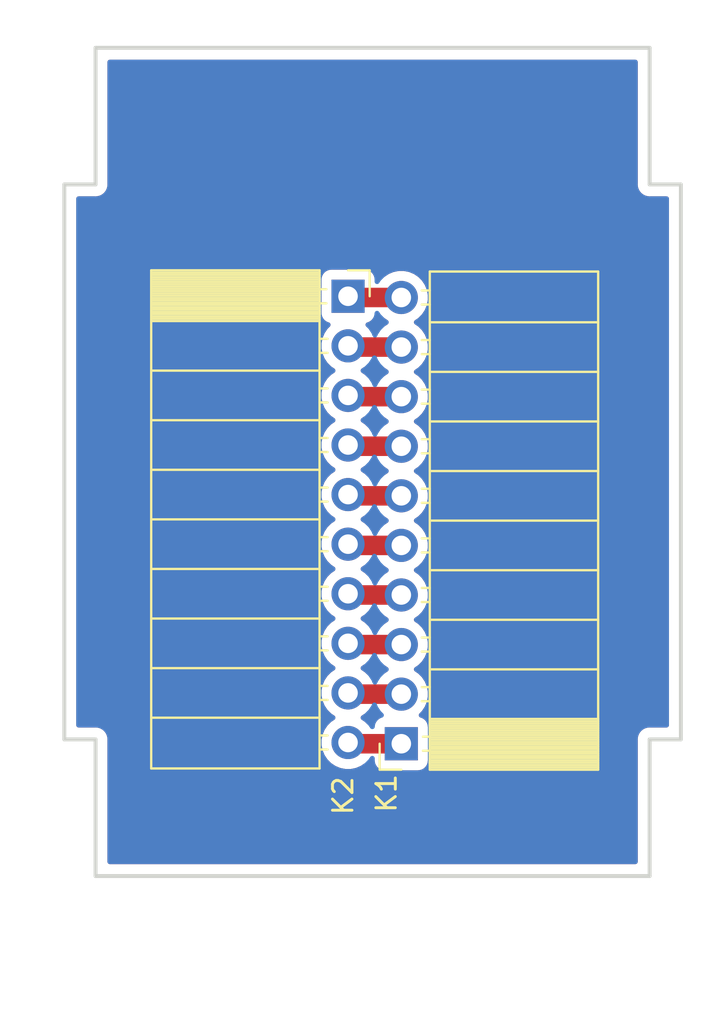
<source format=kicad_pcb>
(kicad_pcb (version 20171130) (host pcbnew "(5.1.8)-1")

  (general
    (thickness 1.6)
    (drawings 19)
    (tracks 10)
    (zones 0)
    (modules 2)
    (nets 11)
  )

  (page A4)
  (layers
    (0 F.Cu signal)
    (31 B.Cu signal)
    (32 B.Adhes user)
    (33 F.Adhes user)
    (34 B.Paste user)
    (35 F.Paste user)
    (36 B.SilkS user)
    (37 F.SilkS user)
    (38 B.Mask user)
    (39 F.Mask user)
    (40 Dwgs.User user)
    (41 Cmts.User user)
    (42 Eco1.User user)
    (43 Eco2.User user)
    (44 Edge.Cuts user)
    (45 Margin user)
    (46 B.CrtYd user)
    (47 F.CrtYd user)
    (48 B.Fab user)
    (49 F.Fab user)
  )

  (setup
    (last_trace_width 0.25)
    (user_trace_width 0.5)
    (user_trace_width 0.75)
    (user_trace_width 1)
    (trace_clearance 0.2)
    (zone_clearance 0.508)
    (zone_45_only no)
    (trace_min 0.2)
    (via_size 0.8)
    (via_drill 0.4)
    (via_min_size 0.4)
    (via_min_drill 0.3)
    (uvia_size 0.3)
    (uvia_drill 0.1)
    (uvias_allowed no)
    (uvia_min_size 0.2)
    (uvia_min_drill 0.1)
    (edge_width 0.1)
    (segment_width 0.2)
    (pcb_text_width 0.3)
    (pcb_text_size 1.5 1.5)
    (mod_edge_width 0.15)
    (mod_text_size 1 1)
    (mod_text_width 0.15)
    (pad_size 1.524 1.524)
    (pad_drill 0.762)
    (pad_to_mask_clearance 0)
    (aux_axis_origin 86.80041 34.949329)
    (grid_origin 86.80041 34.949329)
    (visible_elements 7FFFFFFF)
    (pcbplotparams
      (layerselection 0x010fc_ffffffff)
      (usegerberextensions false)
      (usegerberattributes true)
      (usegerberadvancedattributes true)
      (creategerberjobfile true)
      (excludeedgelayer true)
      (linewidth 0.100000)
      (plotframeref false)
      (viasonmask false)
      (mode 1)
      (useauxorigin false)
      (hpglpennumber 1)
      (hpglpenspeed 20)
      (hpglpendiameter 15.000000)
      (psnegative false)
      (psa4output false)
      (plotreference true)
      (plotvalue true)
      (plotinvisibletext false)
      (padsonsilk false)
      (subtractmaskfromsilk false)
      (outputformat 1)
      (mirror false)
      (drillshape 1)
      (scaleselection 1)
      (outputdirectory ""))
  )

  (net 0 "")
  (net 1 "Net-(K1-Pad10)")
  (net 2 "Net-(K1-Pad9)")
  (net 3 "Net-(K1-Pad8)")
  (net 4 "Net-(K1-Pad7)")
  (net 5 "Net-(K1-Pad6)")
  (net 6 "Net-(K1-Pad5)")
  (net 7 "Net-(K1-Pad4)")
  (net 8 "Net-(K1-Pad3)")
  (net 9 "Net-(K1-Pad2)")
  (net 10 "Net-(K1-Pad1)")

  (net_class Default "Dies ist die voreingestellte Netzklasse."
    (clearance 0.2)
    (trace_width 0.25)
    (via_dia 0.8)
    (via_drill 0.4)
    (uvia_dia 0.3)
    (uvia_drill 0.1)
    (add_net "Net-(K1-Pad1)")
    (add_net "Net-(K1-Pad10)")
    (add_net "Net-(K1-Pad2)")
    (add_net "Net-(K1-Pad3)")
    (add_net "Net-(K1-Pad4)")
    (add_net "Net-(K1-Pad5)")
    (add_net "Net-(K1-Pad6)")
    (add_net "Net-(K1-Pad7)")
    (add_net "Net-(K1-Pad8)")
    (add_net "Net-(K1-Pad9)")
  )

  (module Connector_PinSocket_2.54mm:PinSocket_1x10_P2.54mm_Horizontal (layer F.Cu) (tedit 5A19A425) (tstamp 616C8C7A)
    (at 69.71891 34.250829)
    (descr "Through hole angled socket strip, 1x10, 2.54mm pitch, 8.51mm socket length, single row (from Kicad 4.0.7), script generated")
    (tags "Through hole angled socket strip THT 1x10 2.54mm single row")
    (path /616D339E)
    (fp_text reference K2 (at -0.254 25.5905 90) (layer F.SilkS)
      (effects (font (size 1 1) (thickness 0.15)))
    )
    (fp_text value Conn_01x10 (at -4.38 25.63) (layer F.Fab)
      (effects (font (size 1 1) (thickness 0.15)))
    )
    (fp_line (start 1.75 24.65) (end 1.75 -1.75) (layer F.CrtYd) (width 0.05))
    (fp_line (start -10.55 24.65) (end 1.75 24.65) (layer F.CrtYd) (width 0.05))
    (fp_line (start -10.55 -1.75) (end -10.55 24.65) (layer F.CrtYd) (width 0.05))
    (fp_line (start 1.75 -1.75) (end -10.55 -1.75) (layer F.CrtYd) (width 0.05))
    (fp_line (start 0 -1.33) (end 1.11 -1.33) (layer F.SilkS) (width 0.12))
    (fp_line (start 1.11 -1.33) (end 1.11 0) (layer F.SilkS) (width 0.12))
    (fp_line (start -10.09 -1.33) (end -10.09 24.19) (layer F.SilkS) (width 0.12))
    (fp_line (start -10.09 24.19) (end -1.46 24.19) (layer F.SilkS) (width 0.12))
    (fp_line (start -1.46 -1.33) (end -1.46 24.19) (layer F.SilkS) (width 0.12))
    (fp_line (start -10.09 -1.33) (end -1.46 -1.33) (layer F.SilkS) (width 0.12))
    (fp_line (start -10.09 21.59) (end -1.46 21.59) (layer F.SilkS) (width 0.12))
    (fp_line (start -10.09 19.05) (end -1.46 19.05) (layer F.SilkS) (width 0.12))
    (fp_line (start -10.09 16.51) (end -1.46 16.51) (layer F.SilkS) (width 0.12))
    (fp_line (start -10.09 13.97) (end -1.46 13.97) (layer F.SilkS) (width 0.12))
    (fp_line (start -10.09 11.43) (end -1.46 11.43) (layer F.SilkS) (width 0.12))
    (fp_line (start -10.09 8.89) (end -1.46 8.89) (layer F.SilkS) (width 0.12))
    (fp_line (start -10.09 6.35) (end -1.46 6.35) (layer F.SilkS) (width 0.12))
    (fp_line (start -10.09 3.81) (end -1.46 3.81) (layer F.SilkS) (width 0.12))
    (fp_line (start -10.09 1.27) (end -1.46 1.27) (layer F.SilkS) (width 0.12))
    (fp_line (start -1.46 23.22) (end -1.05 23.22) (layer F.SilkS) (width 0.12))
    (fp_line (start -1.46 22.5) (end -1.05 22.5) (layer F.SilkS) (width 0.12))
    (fp_line (start -1.46 20.68) (end -1.05 20.68) (layer F.SilkS) (width 0.12))
    (fp_line (start -1.46 19.96) (end -1.05 19.96) (layer F.SilkS) (width 0.12))
    (fp_line (start -1.46 18.14) (end -1.05 18.14) (layer F.SilkS) (width 0.12))
    (fp_line (start -1.46 17.42) (end -1.05 17.42) (layer F.SilkS) (width 0.12))
    (fp_line (start -1.46 15.6) (end -1.05 15.6) (layer F.SilkS) (width 0.12))
    (fp_line (start -1.46 14.88) (end -1.05 14.88) (layer F.SilkS) (width 0.12))
    (fp_line (start -1.46 13.06) (end -1.05 13.06) (layer F.SilkS) (width 0.12))
    (fp_line (start -1.46 12.34) (end -1.05 12.34) (layer F.SilkS) (width 0.12))
    (fp_line (start -1.46 10.52) (end -1.05 10.52) (layer F.SilkS) (width 0.12))
    (fp_line (start -1.46 9.8) (end -1.05 9.8) (layer F.SilkS) (width 0.12))
    (fp_line (start -1.46 7.98) (end -1.05 7.98) (layer F.SilkS) (width 0.12))
    (fp_line (start -1.46 7.26) (end -1.05 7.26) (layer F.SilkS) (width 0.12))
    (fp_line (start -1.46 5.44) (end -1.05 5.44) (layer F.SilkS) (width 0.12))
    (fp_line (start -1.46 4.72) (end -1.05 4.72) (layer F.SilkS) (width 0.12))
    (fp_line (start -1.46 2.9) (end -1.05 2.9) (layer F.SilkS) (width 0.12))
    (fp_line (start -1.46 2.18) (end -1.05 2.18) (layer F.SilkS) (width 0.12))
    (fp_line (start -1.46 0.36) (end -1.11 0.36) (layer F.SilkS) (width 0.12))
    (fp_line (start -1.46 -0.36) (end -1.11 -0.36) (layer F.SilkS) (width 0.12))
    (fp_line (start -10.09 1.1519) (end -1.46 1.1519) (layer F.SilkS) (width 0.12))
    (fp_line (start -10.09 1.033805) (end -1.46 1.033805) (layer F.SilkS) (width 0.12))
    (fp_line (start -10.09 0.91571) (end -1.46 0.91571) (layer F.SilkS) (width 0.12))
    (fp_line (start -10.09 0.797615) (end -1.46 0.797615) (layer F.SilkS) (width 0.12))
    (fp_line (start -10.09 0.67952) (end -1.46 0.67952) (layer F.SilkS) (width 0.12))
    (fp_line (start -10.09 0.561425) (end -1.46 0.561425) (layer F.SilkS) (width 0.12))
    (fp_line (start -10.09 0.44333) (end -1.46 0.44333) (layer F.SilkS) (width 0.12))
    (fp_line (start -10.09 0.325235) (end -1.46 0.325235) (layer F.SilkS) (width 0.12))
    (fp_line (start -10.09 0.20714) (end -1.46 0.20714) (layer F.SilkS) (width 0.12))
    (fp_line (start -10.09 0.089045) (end -1.46 0.089045) (layer F.SilkS) (width 0.12))
    (fp_line (start -10.09 -0.02905) (end -1.46 -0.02905) (layer F.SilkS) (width 0.12))
    (fp_line (start -10.09 -0.147145) (end -1.46 -0.147145) (layer F.SilkS) (width 0.12))
    (fp_line (start -10.09 -0.26524) (end -1.46 -0.26524) (layer F.SilkS) (width 0.12))
    (fp_line (start -10.09 -0.383335) (end -1.46 -0.383335) (layer F.SilkS) (width 0.12))
    (fp_line (start -10.09 -0.50143) (end -1.46 -0.50143) (layer F.SilkS) (width 0.12))
    (fp_line (start -10.09 -0.619525) (end -1.46 -0.619525) (layer F.SilkS) (width 0.12))
    (fp_line (start -10.09 -0.73762) (end -1.46 -0.73762) (layer F.SilkS) (width 0.12))
    (fp_line (start -10.09 -0.855715) (end -1.46 -0.855715) (layer F.SilkS) (width 0.12))
    (fp_line (start -10.09 -0.97381) (end -1.46 -0.97381) (layer F.SilkS) (width 0.12))
    (fp_line (start -10.09 -1.091905) (end -1.46 -1.091905) (layer F.SilkS) (width 0.12))
    (fp_line (start -10.09 -1.21) (end -1.46 -1.21) (layer F.SilkS) (width 0.12))
    (fp_line (start 0 23.16) (end 0 22.56) (layer F.Fab) (width 0.1))
    (fp_line (start -1.52 23.16) (end 0 23.16) (layer F.Fab) (width 0.1))
    (fp_line (start 0 22.56) (end -1.52 22.56) (layer F.Fab) (width 0.1))
    (fp_line (start 0 20.62) (end 0 20.02) (layer F.Fab) (width 0.1))
    (fp_line (start -1.52 20.62) (end 0 20.62) (layer F.Fab) (width 0.1))
    (fp_line (start 0 20.02) (end -1.52 20.02) (layer F.Fab) (width 0.1))
    (fp_line (start 0 18.08) (end 0 17.48) (layer F.Fab) (width 0.1))
    (fp_line (start -1.52 18.08) (end 0 18.08) (layer F.Fab) (width 0.1))
    (fp_line (start 0 17.48) (end -1.52 17.48) (layer F.Fab) (width 0.1))
    (fp_line (start 0 15.54) (end 0 14.94) (layer F.Fab) (width 0.1))
    (fp_line (start -1.52 15.54) (end 0 15.54) (layer F.Fab) (width 0.1))
    (fp_line (start 0 14.94) (end -1.52 14.94) (layer F.Fab) (width 0.1))
    (fp_line (start 0 13) (end 0 12.4) (layer F.Fab) (width 0.1))
    (fp_line (start -1.52 13) (end 0 13) (layer F.Fab) (width 0.1))
    (fp_line (start 0 12.4) (end -1.52 12.4) (layer F.Fab) (width 0.1))
    (fp_line (start 0 10.46) (end 0 9.86) (layer F.Fab) (width 0.1))
    (fp_line (start -1.52 10.46) (end 0 10.46) (layer F.Fab) (width 0.1))
    (fp_line (start 0 9.86) (end -1.52 9.86) (layer F.Fab) (width 0.1))
    (fp_line (start 0 7.92) (end 0 7.32) (layer F.Fab) (width 0.1))
    (fp_line (start -1.52 7.92) (end 0 7.92) (layer F.Fab) (width 0.1))
    (fp_line (start 0 7.32) (end -1.52 7.32) (layer F.Fab) (width 0.1))
    (fp_line (start 0 5.38) (end 0 4.78) (layer F.Fab) (width 0.1))
    (fp_line (start -1.52 5.38) (end 0 5.38) (layer F.Fab) (width 0.1))
    (fp_line (start 0 4.78) (end -1.52 4.78) (layer F.Fab) (width 0.1))
    (fp_line (start 0 2.84) (end 0 2.24) (layer F.Fab) (width 0.1))
    (fp_line (start -1.52 2.84) (end 0 2.84) (layer F.Fab) (width 0.1))
    (fp_line (start 0 2.24) (end -1.52 2.24) (layer F.Fab) (width 0.1))
    (fp_line (start 0 0.3) (end 0 -0.3) (layer F.Fab) (width 0.1))
    (fp_line (start -1.52 0.3) (end 0 0.3) (layer F.Fab) (width 0.1))
    (fp_line (start 0 -0.3) (end -1.52 -0.3) (layer F.Fab) (width 0.1))
    (fp_line (start -10.03 24.13) (end -10.03 -1.27) (layer F.Fab) (width 0.1))
    (fp_line (start -1.52 24.13) (end -10.03 24.13) (layer F.Fab) (width 0.1))
    (fp_line (start -1.52 -0.3) (end -1.52 24.13) (layer F.Fab) (width 0.1))
    (fp_line (start -2.49 -1.27) (end -1.52 -0.3) (layer F.Fab) (width 0.1))
    (fp_line (start -10.03 -1.27) (end -2.49 -1.27) (layer F.Fab) (width 0.1))
    (fp_text user %R (at -5.775 11.43 90) (layer F.Fab)
      (effects (font (size 1 1) (thickness 0.15)))
    )
    (pad 10 thru_hole oval (at 0 22.86) (size 1.7 1.7) (drill 1) (layers *.Cu *.Mask)
      (net 10 "Net-(K1-Pad1)"))
    (pad 9 thru_hole oval (at 0 20.32) (size 1.7 1.7) (drill 1) (layers *.Cu *.Mask)
      (net 9 "Net-(K1-Pad2)"))
    (pad 8 thru_hole oval (at 0 17.78) (size 1.7 1.7) (drill 1) (layers *.Cu *.Mask)
      (net 8 "Net-(K1-Pad3)"))
    (pad 7 thru_hole oval (at 0 15.24) (size 1.7 1.7) (drill 1) (layers *.Cu *.Mask)
      (net 7 "Net-(K1-Pad4)"))
    (pad 6 thru_hole oval (at 0 12.7) (size 1.7 1.7) (drill 1) (layers *.Cu *.Mask)
      (net 6 "Net-(K1-Pad5)"))
    (pad 5 thru_hole oval (at 0 10.16) (size 1.7 1.7) (drill 1) (layers *.Cu *.Mask)
      (net 5 "Net-(K1-Pad6)"))
    (pad 4 thru_hole oval (at 0 7.62) (size 1.7 1.7) (drill 1) (layers *.Cu *.Mask)
      (net 4 "Net-(K1-Pad7)"))
    (pad 3 thru_hole oval (at 0 5.08) (size 1.7 1.7) (drill 1) (layers *.Cu *.Mask)
      (net 3 "Net-(K1-Pad8)"))
    (pad 2 thru_hole oval (at 0 2.54) (size 1.7 1.7) (drill 1) (layers *.Cu *.Mask)
      (net 2 "Net-(K1-Pad9)"))
    (pad 1 thru_hole rect (at 0 0) (size 1.7 1.7) (drill 1) (layers *.Cu *.Mask)
      (net 1 "Net-(K1-Pad10)"))
    (model ${KISYS3DMOD}/Connector_PinSocket_2.54mm.3dshapes/PinSocket_1x10_P2.54mm_Horizontal.wrl
      (at (xyz 0 0 0))
      (scale (xyz 1 1 1))
      (rotate (xyz 0 0 0))
    )
  )

  (module Connector_PinSocket_2.54mm:PinSocket_1x10_P2.54mm_Horizontal (layer F.Cu) (tedit 5A19A425) (tstamp 616C8C0C)
    (at 72.44941 57.174329 180)
    (descr "Through hole angled socket strip, 1x10, 2.54mm pitch, 8.51mm socket length, single row (from Kicad 4.0.7), script generated")
    (tags "Through hole angled socket strip THT 1x10 2.54mm single row")
    (path /616D622D)
    (fp_text reference K1 (at 0.762 -2.54 90) (layer F.SilkS)
      (effects (font (size 1 1) (thickness 0.15)))
    )
    (fp_text value Conn_01x10 (at -4.38 25.63) (layer F.Fab)
      (effects (font (size 1 1) (thickness 0.15)))
    )
    (fp_line (start 1.75 24.65) (end 1.75 -1.75) (layer F.CrtYd) (width 0.05))
    (fp_line (start -10.55 24.65) (end 1.75 24.65) (layer F.CrtYd) (width 0.05))
    (fp_line (start -10.55 -1.75) (end -10.55 24.65) (layer F.CrtYd) (width 0.05))
    (fp_line (start 1.75 -1.75) (end -10.55 -1.75) (layer F.CrtYd) (width 0.05))
    (fp_line (start 0 -1.33) (end 1.11 -1.33) (layer F.SilkS) (width 0.12))
    (fp_line (start 1.11 -1.33) (end 1.11 0) (layer F.SilkS) (width 0.12))
    (fp_line (start -10.09 -1.33) (end -10.09 24.19) (layer F.SilkS) (width 0.12))
    (fp_line (start -10.09 24.19) (end -1.46 24.19) (layer F.SilkS) (width 0.12))
    (fp_line (start -1.46 -1.33) (end -1.46 24.19) (layer F.SilkS) (width 0.12))
    (fp_line (start -10.09 -1.33) (end -1.46 -1.33) (layer F.SilkS) (width 0.12))
    (fp_line (start -10.09 21.59) (end -1.46 21.59) (layer F.SilkS) (width 0.12))
    (fp_line (start -10.09 19.05) (end -1.46 19.05) (layer F.SilkS) (width 0.12))
    (fp_line (start -10.09 16.51) (end -1.46 16.51) (layer F.SilkS) (width 0.12))
    (fp_line (start -10.09 13.97) (end -1.46 13.97) (layer F.SilkS) (width 0.12))
    (fp_line (start -10.09 11.43) (end -1.46 11.43) (layer F.SilkS) (width 0.12))
    (fp_line (start -10.09 8.89) (end -1.46 8.89) (layer F.SilkS) (width 0.12))
    (fp_line (start -10.09 6.35) (end -1.46 6.35) (layer F.SilkS) (width 0.12))
    (fp_line (start -10.09 3.81) (end -1.46 3.81) (layer F.SilkS) (width 0.12))
    (fp_line (start -10.09 1.27) (end -1.46 1.27) (layer F.SilkS) (width 0.12))
    (fp_line (start -1.46 23.22) (end -1.05 23.22) (layer F.SilkS) (width 0.12))
    (fp_line (start -1.46 22.5) (end -1.05 22.5) (layer F.SilkS) (width 0.12))
    (fp_line (start -1.46 20.68) (end -1.05 20.68) (layer F.SilkS) (width 0.12))
    (fp_line (start -1.46 19.96) (end -1.05 19.96) (layer F.SilkS) (width 0.12))
    (fp_line (start -1.46 18.14) (end -1.05 18.14) (layer F.SilkS) (width 0.12))
    (fp_line (start -1.46 17.42) (end -1.05 17.42) (layer F.SilkS) (width 0.12))
    (fp_line (start -1.46 15.6) (end -1.05 15.6) (layer F.SilkS) (width 0.12))
    (fp_line (start -1.46 14.88) (end -1.05 14.88) (layer F.SilkS) (width 0.12))
    (fp_line (start -1.46 13.06) (end -1.05 13.06) (layer F.SilkS) (width 0.12))
    (fp_line (start -1.46 12.34) (end -1.05 12.34) (layer F.SilkS) (width 0.12))
    (fp_line (start -1.46 10.52) (end -1.05 10.52) (layer F.SilkS) (width 0.12))
    (fp_line (start -1.46 9.8) (end -1.05 9.8) (layer F.SilkS) (width 0.12))
    (fp_line (start -1.46 7.98) (end -1.05 7.98) (layer F.SilkS) (width 0.12))
    (fp_line (start -1.46 7.26) (end -1.05 7.26) (layer F.SilkS) (width 0.12))
    (fp_line (start -1.46 5.44) (end -1.05 5.44) (layer F.SilkS) (width 0.12))
    (fp_line (start -1.46 4.72) (end -1.05 4.72) (layer F.SilkS) (width 0.12))
    (fp_line (start -1.46 2.9) (end -1.05 2.9) (layer F.SilkS) (width 0.12))
    (fp_line (start -1.46 2.18) (end -1.05 2.18) (layer F.SilkS) (width 0.12))
    (fp_line (start -1.46 0.36) (end -1.11 0.36) (layer F.SilkS) (width 0.12))
    (fp_line (start -1.46 -0.36) (end -1.11 -0.36) (layer F.SilkS) (width 0.12))
    (fp_line (start -10.09 1.1519) (end -1.46 1.1519) (layer F.SilkS) (width 0.12))
    (fp_line (start -10.09 1.033805) (end -1.46 1.033805) (layer F.SilkS) (width 0.12))
    (fp_line (start -10.09 0.91571) (end -1.46 0.91571) (layer F.SilkS) (width 0.12))
    (fp_line (start -10.09 0.797615) (end -1.46 0.797615) (layer F.SilkS) (width 0.12))
    (fp_line (start -10.09 0.67952) (end -1.46 0.67952) (layer F.SilkS) (width 0.12))
    (fp_line (start -10.09 0.561425) (end -1.46 0.561425) (layer F.SilkS) (width 0.12))
    (fp_line (start -10.09 0.44333) (end -1.46 0.44333) (layer F.SilkS) (width 0.12))
    (fp_line (start -10.09 0.325235) (end -1.46 0.325235) (layer F.SilkS) (width 0.12))
    (fp_line (start -10.09 0.20714) (end -1.46 0.20714) (layer F.SilkS) (width 0.12))
    (fp_line (start -10.09 0.089045) (end -1.46 0.089045) (layer F.SilkS) (width 0.12))
    (fp_line (start -10.09 -0.02905) (end -1.46 -0.02905) (layer F.SilkS) (width 0.12))
    (fp_line (start -10.09 -0.147145) (end -1.46 -0.147145) (layer F.SilkS) (width 0.12))
    (fp_line (start -10.09 -0.26524) (end -1.46 -0.26524) (layer F.SilkS) (width 0.12))
    (fp_line (start -10.09 -0.383335) (end -1.46 -0.383335) (layer F.SilkS) (width 0.12))
    (fp_line (start -10.09 -0.50143) (end -1.46 -0.50143) (layer F.SilkS) (width 0.12))
    (fp_line (start -10.09 -0.619525) (end -1.46 -0.619525) (layer F.SilkS) (width 0.12))
    (fp_line (start -10.09 -0.73762) (end -1.46 -0.73762) (layer F.SilkS) (width 0.12))
    (fp_line (start -10.09 -0.855715) (end -1.46 -0.855715) (layer F.SilkS) (width 0.12))
    (fp_line (start -10.09 -0.97381) (end -1.46 -0.97381) (layer F.SilkS) (width 0.12))
    (fp_line (start -10.09 -1.091905) (end -1.46 -1.091905) (layer F.SilkS) (width 0.12))
    (fp_line (start -10.09 -1.21) (end -1.46 -1.21) (layer F.SilkS) (width 0.12))
    (fp_line (start 0 23.16) (end 0 22.56) (layer F.Fab) (width 0.1))
    (fp_line (start -1.52 23.16) (end 0 23.16) (layer F.Fab) (width 0.1))
    (fp_line (start 0 22.56) (end -1.52 22.56) (layer F.Fab) (width 0.1))
    (fp_line (start 0 20.62) (end 0 20.02) (layer F.Fab) (width 0.1))
    (fp_line (start -1.52 20.62) (end 0 20.62) (layer F.Fab) (width 0.1))
    (fp_line (start 0 20.02) (end -1.52 20.02) (layer F.Fab) (width 0.1))
    (fp_line (start 0 18.08) (end 0 17.48) (layer F.Fab) (width 0.1))
    (fp_line (start -1.52 18.08) (end 0 18.08) (layer F.Fab) (width 0.1))
    (fp_line (start 0 17.48) (end -1.52 17.48) (layer F.Fab) (width 0.1))
    (fp_line (start 0 15.54) (end 0 14.94) (layer F.Fab) (width 0.1))
    (fp_line (start -1.52 15.54) (end 0 15.54) (layer F.Fab) (width 0.1))
    (fp_line (start 0 14.94) (end -1.52 14.94) (layer F.Fab) (width 0.1))
    (fp_line (start 0 13) (end 0 12.4) (layer F.Fab) (width 0.1))
    (fp_line (start -1.52 13) (end 0 13) (layer F.Fab) (width 0.1))
    (fp_line (start 0 12.4) (end -1.52 12.4) (layer F.Fab) (width 0.1))
    (fp_line (start 0 10.46) (end 0 9.86) (layer F.Fab) (width 0.1))
    (fp_line (start -1.52 10.46) (end 0 10.46) (layer F.Fab) (width 0.1))
    (fp_line (start 0 9.86) (end -1.52 9.86) (layer F.Fab) (width 0.1))
    (fp_line (start 0 7.92) (end 0 7.32) (layer F.Fab) (width 0.1))
    (fp_line (start -1.52 7.92) (end 0 7.92) (layer F.Fab) (width 0.1))
    (fp_line (start 0 7.32) (end -1.52 7.32) (layer F.Fab) (width 0.1))
    (fp_line (start 0 5.38) (end 0 4.78) (layer F.Fab) (width 0.1))
    (fp_line (start -1.52 5.38) (end 0 5.38) (layer F.Fab) (width 0.1))
    (fp_line (start 0 4.78) (end -1.52 4.78) (layer F.Fab) (width 0.1))
    (fp_line (start 0 2.84) (end 0 2.24) (layer F.Fab) (width 0.1))
    (fp_line (start -1.52 2.84) (end 0 2.84) (layer F.Fab) (width 0.1))
    (fp_line (start 0 2.24) (end -1.52 2.24) (layer F.Fab) (width 0.1))
    (fp_line (start 0 0.3) (end 0 -0.3) (layer F.Fab) (width 0.1))
    (fp_line (start -1.52 0.3) (end 0 0.3) (layer F.Fab) (width 0.1))
    (fp_line (start 0 -0.3) (end -1.52 -0.3) (layer F.Fab) (width 0.1))
    (fp_line (start -10.03 24.13) (end -10.03 -1.27) (layer F.Fab) (width 0.1))
    (fp_line (start -1.52 24.13) (end -10.03 24.13) (layer F.Fab) (width 0.1))
    (fp_line (start -1.52 -0.3) (end -1.52 24.13) (layer F.Fab) (width 0.1))
    (fp_line (start -2.49 -1.27) (end -1.52 -0.3) (layer F.Fab) (width 0.1))
    (fp_line (start -10.03 -1.27) (end -2.49 -1.27) (layer F.Fab) (width 0.1))
    (fp_text user %R (at -5.775 11.43 90) (layer F.Fab)
      (effects (font (size 1 1) (thickness 0.15)))
    )
    (pad 10 thru_hole oval (at 0 22.86 180) (size 1.7 1.7) (drill 1) (layers *.Cu *.Mask)
      (net 1 "Net-(K1-Pad10)"))
    (pad 9 thru_hole oval (at 0 20.32 180) (size 1.7 1.7) (drill 1) (layers *.Cu *.Mask)
      (net 2 "Net-(K1-Pad9)"))
    (pad 8 thru_hole oval (at 0 17.78 180) (size 1.7 1.7) (drill 1) (layers *.Cu *.Mask)
      (net 3 "Net-(K1-Pad8)"))
    (pad 7 thru_hole oval (at 0 15.24 180) (size 1.7 1.7) (drill 1) (layers *.Cu *.Mask)
      (net 4 "Net-(K1-Pad7)"))
    (pad 6 thru_hole oval (at 0 12.7 180) (size 1.7 1.7) (drill 1) (layers *.Cu *.Mask)
      (net 5 "Net-(K1-Pad6)"))
    (pad 5 thru_hole oval (at 0 10.16 180) (size 1.7 1.7) (drill 1) (layers *.Cu *.Mask)
      (net 6 "Net-(K1-Pad5)"))
    (pad 4 thru_hole oval (at 0 7.62 180) (size 1.7 1.7) (drill 1) (layers *.Cu *.Mask)
      (net 7 "Net-(K1-Pad4)"))
    (pad 3 thru_hole oval (at 0 5.08 180) (size 1.7 1.7) (drill 1) (layers *.Cu *.Mask)
      (net 8 "Net-(K1-Pad3)"))
    (pad 2 thru_hole oval (at 0 2.54 180) (size 1.7 1.7) (drill 1) (layers *.Cu *.Mask)
      (net 9 "Net-(K1-Pad2)"))
    (pad 1 thru_hole rect (at 0 0 180) (size 1.7 1.7) (drill 1) (layers *.Cu *.Mask)
      (net 10 "Net-(K1-Pad1)"))
    (model ${KISYS3DMOD}/Connector_PinSocket_2.54mm.3dshapes/PinSocket_1x10_P2.54mm_Horizontal.wrl
      (at (xyz 0 0 0))
      (scale (xyz 1 1 1))
      (rotate (xyz 0 0 0))
    )
  )

  (gr_line (start 56.76491 58.952329) (end 85.21291 58.952329) (layer F.Fab) (width 0.15))
  (gr_line (start 85.17741 28.522329) (end 85.17741 21.522329) (layer Edge.Cuts) (width 0.2))
  (gr_line (start 86.77741 56.952329) (end 86.77741 28.522329) (layer Edge.Cuts) (width 0.2))
  (gr_line (start 56.77741 63.952329) (end 85.17741 63.952329) (layer Edge.Cuts) (width 0.2))
  (gr_line (start 55.17741 56.952329) (end 56.77741 56.952329) (layer Edge.Cuts) (width 0.2))
  (gr_line (start 86.77741 28.522329) (end 85.17741 28.522329) (layer Edge.Cuts) (width 0.2))
  (gr_line (start 85.17741 63.952329) (end 85.17741 56.952329) (layer Edge.Cuts) (width 0.2))
  (gr_line (start 85.17741 21.522329) (end 56.77741 21.522329) (layer Edge.Cuts) (width 0.2))
  (gr_line (start 55.17741 28.522329) (end 56.77741 28.522329) (layer Edge.Cuts) (width 0.2))
  (gr_line (start 56.77741 56.952329) (end 56.77741 63.952329) (layer Edge.Cuts) (width 0.2))
  (gr_line (start 86.77741 56.952329) (end 85.17741 56.952329) (layer Edge.Cuts) (width 0.2))
  (gr_line (start 56.77741 28.522329) (end 56.77741 21.522329) (layer Edge.Cuts) (width 0.2))
  (gr_line (start 55.17741 56.952329) (end 55.17741 28.522329) (layer Edge.Cuts) (width 0.2))
  (gr_line (start 82.67291 60.285829) (end 82.67291 33.361829) (layer F.Fab) (width 0.15) (tstamp 6170463F))
  (gr_line (start 85.21291 60.285829) (end 82.67291 60.285829) (layer F.Fab) (width 0.15))
  (gr_line (start 59.36841 60.349329) (end 59.36841 33.044329) (layer F.Fab) (width 0.15))
  (gr_line (start 56.82841 60.349329) (end 59.36841 60.349329) (layer F.Fab) (width 0.15))
  (gr_line (start 85.21291 33.361829) (end 82.67291 33.361829) (layer F.Fab) (width 0.15))
  (gr_line (start 56.76491 33.044329) (end 59.36841 33.044329) (layer F.Fab) (width 0.15))

  (segment (start 69.65541 34.314329) (end 72.44941 34.314329) (width 1) (layer F.Cu) (net 1))
  (segment (start 72.44941 36.854329) (end 69.65541 36.854329) (width 1) (layer F.Cu) (net 2))
  (segment (start 69.65541 39.394329) (end 72.44941 39.394329) (width 1) (layer F.Cu) (net 3))
  (segment (start 72.44941 41.934329) (end 69.65541 41.934329) (width 1) (layer F.Cu) (net 4))
  (segment (start 69.65541 44.474329) (end 72.44941 44.474329) (width 1) (layer F.Cu) (net 5))
  (segment (start 72.44941 47.014329) (end 69.65541 47.014329) (width 1) (layer F.Cu) (net 6))
  (segment (start 69.65541 49.554329) (end 72.44941 49.554329) (width 1) (layer F.Cu) (net 7))
  (segment (start 72.44941 52.094329) (end 69.65541 52.094329) (width 1) (layer F.Cu) (net 8))
  (segment (start 69.65541 54.634329) (end 72.44941 54.634329) (width 1) (layer F.Cu) (net 9))
  (segment (start 72.44941 57.174329) (end 69.65541 57.174329) (width 1) (layer F.Cu) (net 10))

  (zone (net 0) (net_name "") (layer F.Cu) (tstamp 616C9381) (hatch edge 0.508)
    (connect_pads (clearance 0.508))
    (min_thickness 0.254)
    (fill yes (arc_segments 32) (thermal_gap 0.508) (thermal_bridge_width 0.508))
    (polygon
      (pts
        (xy 88.4047 71.5264) (xy 51.8795 71.4756) (xy 52.25641 19.328329) (xy 88.89591 19.074329)
      )
    )
    (filled_polygon
      (pts
        (xy 84.44241 28.486224) (xy 84.438854 28.522329) (xy 84.453045 28.666414) (xy 84.495073 28.804962) (xy 84.563323 28.932649)
        (xy 84.655172 29.044567) (xy 84.76709 29.136416) (xy 84.894777 29.204666) (xy 85.033325 29.246694) (xy 85.17741 29.260885)
        (xy 85.213515 29.257329) (xy 86.042411 29.257329) (xy 86.04241 56.217329) (xy 85.213515 56.217329) (xy 85.17741 56.213773)
        (xy 85.141305 56.217329) (xy 85.033325 56.227964) (xy 84.894777 56.269992) (xy 84.76709 56.338242) (xy 84.655172 56.430091)
        (xy 84.563323 56.542009) (xy 84.495073 56.669696) (xy 84.453045 56.808244) (xy 84.438854 56.952329) (xy 84.442411 56.988444)
        (xy 84.44241 63.217329) (xy 57.51241 63.217329) (xy 57.51241 56.988433) (xy 57.515966 56.952329) (xy 57.501775 56.808244)
        (xy 57.459747 56.669696) (xy 57.391497 56.542009) (xy 57.299648 56.430091) (xy 57.18773 56.338242) (xy 57.060043 56.269992)
        (xy 56.921495 56.227964) (xy 56.813515 56.217329) (xy 56.77741 56.213773) (xy 56.741305 56.217329) (xy 55.91241 56.217329)
        (xy 55.91241 33.400829) (xy 68.230838 33.400829) (xy 68.230838 35.100829) (xy 68.243098 35.225311) (xy 68.279408 35.345009)
        (xy 68.338373 35.455323) (xy 68.417725 35.552014) (xy 68.514416 35.631366) (xy 68.62473 35.690331) (xy 68.69729 35.712342)
        (xy 68.565435 35.844197) (xy 68.40292 36.087418) (xy 68.290978 36.357671) (xy 68.23391 36.644569) (xy 68.23391 36.937089)
        (xy 68.290978 37.223987) (xy 68.40292 37.49424) (xy 68.565435 37.737461) (xy 68.772278 37.944304) (xy 68.94667 38.060829)
        (xy 68.772278 38.177354) (xy 68.565435 38.384197) (xy 68.40292 38.627418) (xy 68.290978 38.897671) (xy 68.23391 39.184569)
        (xy 68.23391 39.477089) (xy 68.290978 39.763987) (xy 68.40292 40.03424) (xy 68.565435 40.277461) (xy 68.772278 40.484304)
        (xy 68.94667 40.600829) (xy 68.772278 40.717354) (xy 68.565435 40.924197) (xy 68.40292 41.167418) (xy 68.290978 41.437671)
        (xy 68.23391 41.724569) (xy 68.23391 42.017089) (xy 68.290978 42.303987) (xy 68.40292 42.57424) (xy 68.565435 42.817461)
        (xy 68.772278 43.024304) (xy 68.94667 43.140829) (xy 68.772278 43.257354) (xy 68.565435 43.464197) (xy 68.40292 43.707418)
        (xy 68.290978 43.977671) (xy 68.23391 44.264569) (xy 68.23391 44.557089) (xy 68.290978 44.843987) (xy 68.40292 45.11424)
        (xy 68.565435 45.357461) (xy 68.772278 45.564304) (xy 68.94667 45.680829) (xy 68.772278 45.797354) (xy 68.565435 46.004197)
        (xy 68.40292 46.247418) (xy 68.290978 46.517671) (xy 68.23391 46.804569) (xy 68.23391 47.097089) (xy 68.290978 47.383987)
        (xy 68.40292 47.65424) (xy 68.565435 47.897461) (xy 68.772278 48.104304) (xy 68.94667 48.220829) (xy 68.772278 48.337354)
        (xy 68.565435 48.544197) (xy 68.40292 48.787418) (xy 68.290978 49.057671) (xy 68.23391 49.344569) (xy 68.23391 49.637089)
        (xy 68.290978 49.923987) (xy 68.40292 50.19424) (xy 68.565435 50.437461) (xy 68.772278 50.644304) (xy 68.94667 50.760829)
        (xy 68.772278 50.877354) (xy 68.565435 51.084197) (xy 68.40292 51.327418) (xy 68.290978 51.597671) (xy 68.23391 51.884569)
        (xy 68.23391 52.177089) (xy 68.290978 52.463987) (xy 68.40292 52.73424) (xy 68.565435 52.977461) (xy 68.772278 53.184304)
        (xy 68.94667 53.300829) (xy 68.772278 53.417354) (xy 68.565435 53.624197) (xy 68.40292 53.867418) (xy 68.290978 54.137671)
        (xy 68.23391 54.424569) (xy 68.23391 54.717089) (xy 68.290978 55.003987) (xy 68.40292 55.27424) (xy 68.565435 55.517461)
        (xy 68.772278 55.724304) (xy 68.94667 55.840829) (xy 68.772278 55.957354) (xy 68.565435 56.164197) (xy 68.40292 56.407418)
        (xy 68.290978 56.677671) (xy 68.23391 56.964569) (xy 68.23391 57.257089) (xy 68.290978 57.543987) (xy 68.40292 57.81424)
        (xy 68.565435 58.057461) (xy 68.772278 58.264304) (xy 69.015499 58.426819) (xy 69.285752 58.538761) (xy 69.57265 58.595829)
        (xy 69.86517 58.595829) (xy 70.152068 58.538761) (xy 70.422321 58.426819) (xy 70.598157 58.309329) (xy 71.031727 58.309329)
        (xy 71.068873 58.378823) (xy 71.148225 58.475514) (xy 71.244916 58.554866) (xy 71.35523 58.613831) (xy 71.474928 58.650141)
        (xy 71.59941 58.662401) (xy 73.29941 58.662401) (xy 73.423892 58.650141) (xy 73.54359 58.613831) (xy 73.653904 58.554866)
        (xy 73.750595 58.475514) (xy 73.829947 58.378823) (xy 73.888912 58.268509) (xy 73.925222 58.148811) (xy 73.937482 58.024329)
        (xy 73.937482 56.324329) (xy 73.925222 56.199847) (xy 73.888912 56.080149) (xy 73.829947 55.969835) (xy 73.750595 55.873144)
        (xy 73.653904 55.793792) (xy 73.54359 55.734827) (xy 73.47103 55.712816) (xy 73.602885 55.580961) (xy 73.7654 55.33774)
        (xy 73.877342 55.067487) (xy 73.93441 54.780589) (xy 73.93441 54.488069) (xy 73.877342 54.201171) (xy 73.7654 53.930918)
        (xy 73.602885 53.687697) (xy 73.396042 53.480854) (xy 73.22165 53.364329) (xy 73.396042 53.247804) (xy 73.602885 53.040961)
        (xy 73.7654 52.79774) (xy 73.877342 52.527487) (xy 73.93441 52.240589) (xy 73.93441 51.948069) (xy 73.877342 51.661171)
        (xy 73.7654 51.390918) (xy 73.602885 51.147697) (xy 73.396042 50.940854) (xy 73.22165 50.824329) (xy 73.396042 50.707804)
        (xy 73.602885 50.500961) (xy 73.7654 50.25774) (xy 73.877342 49.987487) (xy 73.93441 49.700589) (xy 73.93441 49.408069)
        (xy 73.877342 49.121171) (xy 73.7654 48.850918) (xy 73.602885 48.607697) (xy 73.396042 48.400854) (xy 73.22165 48.284329)
        (xy 73.396042 48.167804) (xy 73.602885 47.960961) (xy 73.7654 47.71774) (xy 73.877342 47.447487) (xy 73.93441 47.160589)
        (xy 73.93441 46.868069) (xy 73.877342 46.581171) (xy 73.7654 46.310918) (xy 73.602885 46.067697) (xy 73.396042 45.860854)
        (xy 73.22165 45.744329) (xy 73.396042 45.627804) (xy 73.602885 45.420961) (xy 73.7654 45.17774) (xy 73.877342 44.907487)
        (xy 73.93441 44.620589) (xy 73.93441 44.328069) (xy 73.877342 44.041171) (xy 73.7654 43.770918) (xy 73.602885 43.527697)
        (xy 73.396042 43.320854) (xy 73.22165 43.204329) (xy 73.396042 43.087804) (xy 73.602885 42.880961) (xy 73.7654 42.63774)
        (xy 73.877342 42.367487) (xy 73.93441 42.080589) (xy 73.93441 41.788069) (xy 73.877342 41.501171) (xy 73.7654 41.230918)
        (xy 73.602885 40.987697) (xy 73.396042 40.780854) (xy 73.22165 40.664329) (xy 73.396042 40.547804) (xy 73.602885 40.340961)
        (xy 73.7654 40.09774) (xy 73.877342 39.827487) (xy 73.93441 39.540589) (xy 73.93441 39.248069) (xy 73.877342 38.961171)
        (xy 73.7654 38.690918) (xy 73.602885 38.447697) (xy 73.396042 38.240854) (xy 73.22165 38.124329) (xy 73.396042 38.007804)
        (xy 73.602885 37.800961) (xy 73.7654 37.55774) (xy 73.877342 37.287487) (xy 73.93441 37.000589) (xy 73.93441 36.708069)
        (xy 73.877342 36.421171) (xy 73.7654 36.150918) (xy 73.602885 35.907697) (xy 73.396042 35.700854) (xy 73.22165 35.584329)
        (xy 73.396042 35.467804) (xy 73.602885 35.260961) (xy 73.7654 35.01774) (xy 73.877342 34.747487) (xy 73.93441 34.460589)
        (xy 73.93441 34.168069) (xy 73.877342 33.881171) (xy 73.7654 33.610918) (xy 73.602885 33.367697) (xy 73.396042 33.160854)
        (xy 73.152821 32.998339) (xy 72.882568 32.886397) (xy 72.59567 32.829329) (xy 72.30315 32.829329) (xy 72.016252 32.886397)
        (xy 71.745999 32.998339) (xy 71.502778 33.160854) (xy 71.484303 33.179329) (xy 71.165292 33.179329) (xy 71.158412 33.156649)
        (xy 71.099447 33.046335) (xy 71.020095 32.949644) (xy 70.923404 32.870292) (xy 70.81309 32.811327) (xy 70.693392 32.775017)
        (xy 70.56891 32.762757) (xy 68.86891 32.762757) (xy 68.744428 32.775017) (xy 68.62473 32.811327) (xy 68.514416 32.870292)
        (xy 68.417725 32.949644) (xy 68.338373 33.046335) (xy 68.279408 33.156649) (xy 68.243098 33.276347) (xy 68.230838 33.400829)
        (xy 55.91241 33.400829) (xy 55.91241 29.257329) (xy 56.741305 29.257329) (xy 56.77741 29.260885) (xy 56.813515 29.257329)
        (xy 56.921495 29.246694) (xy 57.060043 29.204666) (xy 57.18773 29.136416) (xy 57.299648 29.044567) (xy 57.391497 28.932649)
        (xy 57.459747 28.804962) (xy 57.501775 28.666414) (xy 57.515966 28.522329) (xy 57.51241 28.486224) (xy 57.51241 22.257329)
        (xy 84.442411 22.257329)
      )
    )
    (filled_polygon
      (pts
        (xy 71.244916 55.793792) (xy 71.148225 55.873144) (xy 71.068873 55.969835) (xy 71.031727 56.039329) (xy 70.747517 56.039329)
        (xy 70.665542 55.957354) (xy 70.49115 55.840829) (xy 70.598157 55.769329) (xy 71.290682 55.769329)
      )
    )
    (filled_polygon
      (pts
        (xy 71.502778 53.247804) (xy 71.67717 53.364329) (xy 71.502778 53.480854) (xy 71.484303 53.499329) (xy 70.747517 53.499329)
        (xy 70.665542 53.417354) (xy 70.49115 53.300829) (xy 70.598157 53.229329) (xy 71.484303 53.229329)
      )
    )
    (filled_polygon
      (pts
        (xy 71.502778 50.707804) (xy 71.67717 50.824329) (xy 71.502778 50.940854) (xy 71.484303 50.959329) (xy 70.747517 50.959329)
        (xy 70.665542 50.877354) (xy 70.49115 50.760829) (xy 70.598157 50.689329) (xy 71.484303 50.689329)
      )
    )
    (filled_polygon
      (pts
        (xy 71.502778 48.167804) (xy 71.67717 48.284329) (xy 71.502778 48.400854) (xy 71.484303 48.419329) (xy 70.747517 48.419329)
        (xy 70.665542 48.337354) (xy 70.49115 48.220829) (xy 70.598157 48.149329) (xy 71.484303 48.149329)
      )
    )
    (filled_polygon
      (pts
        (xy 71.502778 45.627804) (xy 71.67717 45.744329) (xy 71.502778 45.860854) (xy 71.484303 45.879329) (xy 70.747517 45.879329)
        (xy 70.665542 45.797354) (xy 70.49115 45.680829) (xy 70.598157 45.609329) (xy 71.484303 45.609329)
      )
    )
    (filled_polygon
      (pts
        (xy 71.502778 43.087804) (xy 71.67717 43.204329) (xy 71.502778 43.320854) (xy 71.484303 43.339329) (xy 70.747517 43.339329)
        (xy 70.665542 43.257354) (xy 70.49115 43.140829) (xy 70.598157 43.069329) (xy 71.484303 43.069329)
      )
    )
    (filled_polygon
      (pts
        (xy 71.502778 40.547804) (xy 71.67717 40.664329) (xy 71.502778 40.780854) (xy 71.484303 40.799329) (xy 70.747517 40.799329)
        (xy 70.665542 40.717354) (xy 70.49115 40.600829) (xy 70.598157 40.529329) (xy 71.484303 40.529329)
      )
    )
    (filled_polygon
      (pts
        (xy 71.502778 38.007804) (xy 71.67717 38.124329) (xy 71.502778 38.240854) (xy 71.484303 38.259329) (xy 70.747517 38.259329)
        (xy 70.665542 38.177354) (xy 70.49115 38.060829) (xy 70.598157 37.989329) (xy 71.484303 37.989329)
      )
    )
    (filled_polygon
      (pts
        (xy 71.502778 35.467804) (xy 71.67717 35.584329) (xy 71.502778 35.700854) (xy 71.484303 35.719329) (xy 70.747517 35.719329)
        (xy 70.74053 35.712342) (xy 70.81309 35.690331) (xy 70.923404 35.631366) (xy 71.020095 35.552014) (xy 71.099447 35.455323)
        (xy 71.102651 35.449329) (xy 71.484303 35.449329)
      )
    )
  )
  (zone (net 0) (net_name "") (layer B.Cu) (tstamp 616C937E) (hatch edge 0.508)
    (connect_pads (clearance 0.508))
    (min_thickness 0.254)
    (fill yes (arc_segments 32) (thermal_gap 0.508) (thermal_bridge_width 0.508))
    (polygon
      (pts
        (xy 88.5063 71.5264) (xy 51.8795 71.4756) (xy 52.38341 19.328329) (xy 88.95941 19.137829)
      )
    )
    (filled_polygon
      (pts
        (xy 84.44241 28.486224) (xy 84.438854 28.522329) (xy 84.453045 28.666414) (xy 84.495073 28.804962) (xy 84.563323 28.932649)
        (xy 84.655172 29.044567) (xy 84.76709 29.136416) (xy 84.894777 29.204666) (xy 85.033325 29.246694) (xy 85.17741 29.260885)
        (xy 85.213515 29.257329) (xy 86.042411 29.257329) (xy 86.04241 56.217329) (xy 85.213515 56.217329) (xy 85.17741 56.213773)
        (xy 85.141305 56.217329) (xy 85.033325 56.227964) (xy 84.894777 56.269992) (xy 84.76709 56.338242) (xy 84.655172 56.430091)
        (xy 84.563323 56.542009) (xy 84.495073 56.669696) (xy 84.453045 56.808244) (xy 84.438854 56.952329) (xy 84.442411 56.988444)
        (xy 84.44241 63.217329) (xy 57.51241 63.217329) (xy 57.51241 56.988433) (xy 57.515966 56.952329) (xy 57.501775 56.808244)
        (xy 57.459747 56.669696) (xy 57.391497 56.542009) (xy 57.299648 56.430091) (xy 57.18773 56.338242) (xy 57.060043 56.269992)
        (xy 56.921495 56.227964) (xy 56.813515 56.217329) (xy 56.77741 56.213773) (xy 56.741305 56.217329) (xy 55.91241 56.217329)
        (xy 55.91241 33.400829) (xy 68.230838 33.400829) (xy 68.230838 35.100829) (xy 68.243098 35.225311) (xy 68.279408 35.345009)
        (xy 68.338373 35.455323) (xy 68.417725 35.552014) (xy 68.514416 35.631366) (xy 68.62473 35.690331) (xy 68.69729 35.712342)
        (xy 68.565435 35.844197) (xy 68.40292 36.087418) (xy 68.290978 36.357671) (xy 68.23391 36.644569) (xy 68.23391 36.937089)
        (xy 68.290978 37.223987) (xy 68.40292 37.49424) (xy 68.565435 37.737461) (xy 68.772278 37.944304) (xy 68.94667 38.060829)
        (xy 68.772278 38.177354) (xy 68.565435 38.384197) (xy 68.40292 38.627418) (xy 68.290978 38.897671) (xy 68.23391 39.184569)
        (xy 68.23391 39.477089) (xy 68.290978 39.763987) (xy 68.40292 40.03424) (xy 68.565435 40.277461) (xy 68.772278 40.484304)
        (xy 68.94667 40.600829) (xy 68.772278 40.717354) (xy 68.565435 40.924197) (xy 68.40292 41.167418) (xy 68.290978 41.437671)
        (xy 68.23391 41.724569) (xy 68.23391 42.017089) (xy 68.290978 42.303987) (xy 68.40292 42.57424) (xy 68.565435 42.817461)
        (xy 68.772278 43.024304) (xy 68.94667 43.140829) (xy 68.772278 43.257354) (xy 68.565435 43.464197) (xy 68.40292 43.707418)
        (xy 68.290978 43.977671) (xy 68.23391 44.264569) (xy 68.23391 44.557089) (xy 68.290978 44.843987) (xy 68.40292 45.11424)
        (xy 68.565435 45.357461) (xy 68.772278 45.564304) (xy 68.94667 45.680829) (xy 68.772278 45.797354) (xy 68.565435 46.004197)
        (xy 68.40292 46.247418) (xy 68.290978 46.517671) (xy 68.23391 46.804569) (xy 68.23391 47.097089) (xy 68.290978 47.383987)
        (xy 68.40292 47.65424) (xy 68.565435 47.897461) (xy 68.772278 48.104304) (xy 68.94667 48.220829) (xy 68.772278 48.337354)
        (xy 68.565435 48.544197) (xy 68.40292 48.787418) (xy 68.290978 49.057671) (xy 68.23391 49.344569) (xy 68.23391 49.637089)
        (xy 68.290978 49.923987) (xy 68.40292 50.19424) (xy 68.565435 50.437461) (xy 68.772278 50.644304) (xy 68.94667 50.760829)
        (xy 68.772278 50.877354) (xy 68.565435 51.084197) (xy 68.40292 51.327418) (xy 68.290978 51.597671) (xy 68.23391 51.884569)
        (xy 68.23391 52.177089) (xy 68.290978 52.463987) (xy 68.40292 52.73424) (xy 68.565435 52.977461) (xy 68.772278 53.184304)
        (xy 68.94667 53.300829) (xy 68.772278 53.417354) (xy 68.565435 53.624197) (xy 68.40292 53.867418) (xy 68.290978 54.137671)
        (xy 68.23391 54.424569) (xy 68.23391 54.717089) (xy 68.290978 55.003987) (xy 68.40292 55.27424) (xy 68.565435 55.517461)
        (xy 68.772278 55.724304) (xy 68.94667 55.840829) (xy 68.772278 55.957354) (xy 68.565435 56.164197) (xy 68.40292 56.407418)
        (xy 68.290978 56.677671) (xy 68.23391 56.964569) (xy 68.23391 57.257089) (xy 68.290978 57.543987) (xy 68.40292 57.81424)
        (xy 68.565435 58.057461) (xy 68.772278 58.264304) (xy 69.015499 58.426819) (xy 69.285752 58.538761) (xy 69.57265 58.595829)
        (xy 69.86517 58.595829) (xy 70.152068 58.538761) (xy 70.422321 58.426819) (xy 70.665542 58.264304) (xy 70.872385 58.057461)
        (xy 70.961338 57.924333) (xy 70.961338 58.024329) (xy 70.973598 58.148811) (xy 71.009908 58.268509) (xy 71.068873 58.378823)
        (xy 71.148225 58.475514) (xy 71.244916 58.554866) (xy 71.35523 58.613831) (xy 71.474928 58.650141) (xy 71.59941 58.662401)
        (xy 73.29941 58.662401) (xy 73.423892 58.650141) (xy 73.54359 58.613831) (xy 73.653904 58.554866) (xy 73.750595 58.475514)
        (xy 73.829947 58.378823) (xy 73.888912 58.268509) (xy 73.925222 58.148811) (xy 73.937482 58.024329) (xy 73.937482 56.324329)
        (xy 73.925222 56.199847) (xy 73.888912 56.080149) (xy 73.829947 55.969835) (xy 73.750595 55.873144) (xy 73.653904 55.793792)
        (xy 73.54359 55.734827) (xy 73.47103 55.712816) (xy 73.602885 55.580961) (xy 73.7654 55.33774) (xy 73.877342 55.067487)
        (xy 73.93441 54.780589) (xy 73.93441 54.488069) (xy 73.877342 54.201171) (xy 73.7654 53.930918) (xy 73.602885 53.687697)
        (xy 73.396042 53.480854) (xy 73.22165 53.364329) (xy 73.396042 53.247804) (xy 73.602885 53.040961) (xy 73.7654 52.79774)
        (xy 73.877342 52.527487) (xy 73.93441 52.240589) (xy 73.93441 51.948069) (xy 73.877342 51.661171) (xy 73.7654 51.390918)
        (xy 73.602885 51.147697) (xy 73.396042 50.940854) (xy 73.22165 50.824329) (xy 73.396042 50.707804) (xy 73.602885 50.500961)
        (xy 73.7654 50.25774) (xy 73.877342 49.987487) (xy 73.93441 49.700589) (xy 73.93441 49.408069) (xy 73.877342 49.121171)
        (xy 73.7654 48.850918) (xy 73.602885 48.607697) (xy 73.396042 48.400854) (xy 73.22165 48.284329) (xy 73.396042 48.167804)
        (xy 73.602885 47.960961) (xy 73.7654 47.71774) (xy 73.877342 47.447487) (xy 73.93441 47.160589) (xy 73.93441 46.868069)
        (xy 73.877342 46.581171) (xy 73.7654 46.310918) (xy 73.602885 46.067697) (xy 73.396042 45.860854) (xy 73.22165 45.744329)
        (xy 73.396042 45.627804) (xy 73.602885 45.420961) (xy 73.7654 45.17774) (xy 73.877342 44.907487) (xy 73.93441 44.620589)
        (xy 73.93441 44.328069) (xy 73.877342 44.041171) (xy 73.7654 43.770918) (xy 73.602885 43.527697) (xy 73.396042 43.320854)
        (xy 73.22165 43.204329) (xy 73.396042 43.087804) (xy 73.602885 42.880961) (xy 73.7654 42.63774) (xy 73.877342 42.367487)
        (xy 73.93441 42.080589) (xy 73.93441 41.788069) (xy 73.877342 41.501171) (xy 73.7654 41.230918) (xy 73.602885 40.987697)
        (xy 73.396042 40.780854) (xy 73.22165 40.664329) (xy 73.396042 40.547804) (xy 73.602885 40.340961) (xy 73.7654 40.09774)
        (xy 73.877342 39.827487) (xy 73.93441 39.540589) (xy 73.93441 39.248069) (xy 73.877342 38.961171) (xy 73.7654 38.690918)
        (xy 73.602885 38.447697) (xy 73.396042 38.240854) (xy 73.22165 38.124329) (xy 73.396042 38.007804) (xy 73.602885 37.800961)
        (xy 73.7654 37.55774) (xy 73.877342 37.287487) (xy 73.93441 37.000589) (xy 73.93441 36.708069) (xy 73.877342 36.421171)
        (xy 73.7654 36.150918) (xy 73.602885 35.907697) (xy 73.396042 35.700854) (xy 73.22165 35.584329) (xy 73.396042 35.467804)
        (xy 73.602885 35.260961) (xy 73.7654 35.01774) (xy 73.877342 34.747487) (xy 73.93441 34.460589) (xy 73.93441 34.168069)
        (xy 73.877342 33.881171) (xy 73.7654 33.610918) (xy 73.602885 33.367697) (xy 73.396042 33.160854) (xy 73.152821 32.998339)
        (xy 72.882568 32.886397) (xy 72.59567 32.829329) (xy 72.30315 32.829329) (xy 72.016252 32.886397) (xy 71.745999 32.998339)
        (xy 71.502778 33.160854) (xy 71.295935 33.367697) (xy 71.206982 33.500825) (xy 71.206982 33.400829) (xy 71.194722 33.276347)
        (xy 71.158412 33.156649) (xy 71.099447 33.046335) (xy 71.020095 32.949644) (xy 70.923404 32.870292) (xy 70.81309 32.811327)
        (xy 70.693392 32.775017) (xy 70.56891 32.762757) (xy 68.86891 32.762757) (xy 68.744428 32.775017) (xy 68.62473 32.811327)
        (xy 68.514416 32.870292) (xy 68.417725 32.949644) (xy 68.338373 33.046335) (xy 68.279408 33.156649) (xy 68.243098 33.276347)
        (xy 68.230838 33.400829) (xy 55.91241 33.400829) (xy 55.91241 29.257329) (xy 56.741305 29.257329) (xy 56.77741 29.260885)
        (xy 56.813515 29.257329) (xy 56.921495 29.246694) (xy 57.060043 29.204666) (xy 57.18773 29.136416) (xy 57.299648 29.044567)
        (xy 57.391497 28.932649) (xy 57.459747 28.804962) (xy 57.501775 28.666414) (xy 57.515966 28.522329) (xy 57.51241 28.486224)
        (xy 57.51241 22.257329) (xy 84.442411 22.257329)
      )
    )
    (filled_polygon
      (pts
        (xy 71.13342 55.33774) (xy 71.295935 55.580961) (xy 71.42779 55.712816) (xy 71.35523 55.734827) (xy 71.244916 55.793792)
        (xy 71.148225 55.873144) (xy 71.068873 55.969835) (xy 71.009908 56.080149) (xy 70.973598 56.199847) (xy 70.963656 56.300794)
        (xy 70.872385 56.164197) (xy 70.665542 55.957354) (xy 70.49115 55.840829) (xy 70.665542 55.724304) (xy 70.872385 55.517461)
        (xy 71.0349 55.27424) (xy 71.071009 55.187065)
      )
    )
    (filled_polygon
      (pts
        (xy 71.13342 52.79774) (xy 71.295935 53.040961) (xy 71.502778 53.247804) (xy 71.67717 53.364329) (xy 71.502778 53.480854)
        (xy 71.295935 53.687697) (xy 71.13342 53.930918) (xy 71.097311 54.018093) (xy 71.0349 53.867418) (xy 70.872385 53.624197)
        (xy 70.665542 53.417354) (xy 70.49115 53.300829) (xy 70.665542 53.184304) (xy 70.872385 52.977461) (xy 71.0349 52.73424)
        (xy 71.071009 52.647065)
      )
    )
    (filled_polygon
      (pts
        (xy 71.13342 50.25774) (xy 71.295935 50.500961) (xy 71.502778 50.707804) (xy 71.67717 50.824329) (xy 71.502778 50.940854)
        (xy 71.295935 51.147697) (xy 71.13342 51.390918) (xy 71.097311 51.478093) (xy 71.0349 51.327418) (xy 70.872385 51.084197)
        (xy 70.665542 50.877354) (xy 70.49115 50.760829) (xy 70.665542 50.644304) (xy 70.872385 50.437461) (xy 71.0349 50.19424)
        (xy 71.071009 50.107065)
      )
    )
    (filled_polygon
      (pts
        (xy 71.13342 47.71774) (xy 71.295935 47.960961) (xy 71.502778 48.167804) (xy 71.67717 48.284329) (xy 71.502778 48.400854)
        (xy 71.295935 48.607697) (xy 71.13342 48.850918) (xy 71.097311 48.938093) (xy 71.0349 48.787418) (xy 70.872385 48.544197)
        (xy 70.665542 48.337354) (xy 70.49115 48.220829) (xy 70.665542 48.104304) (xy 70.872385 47.897461) (xy 71.0349 47.65424)
        (xy 71.071009 47.567065)
      )
    )
    (filled_polygon
      (pts
        (xy 71.13342 45.17774) (xy 71.295935 45.420961) (xy 71.502778 45.627804) (xy 71.67717 45.744329) (xy 71.502778 45.860854)
        (xy 71.295935 46.067697) (xy 71.13342 46.310918) (xy 71.097311 46.398093) (xy 71.0349 46.247418) (xy 70.872385 46.004197)
        (xy 70.665542 45.797354) (xy 70.49115 45.680829) (xy 70.665542 45.564304) (xy 70.872385 45.357461) (xy 71.0349 45.11424)
        (xy 71.071009 45.027065)
      )
    )
    (filled_polygon
      (pts
        (xy 71.13342 42.63774) (xy 71.295935 42.880961) (xy 71.502778 43.087804) (xy 71.67717 43.204329) (xy 71.502778 43.320854)
        (xy 71.295935 43.527697) (xy 71.13342 43.770918) (xy 71.097311 43.858093) (xy 71.0349 43.707418) (xy 70.872385 43.464197)
        (xy 70.665542 43.257354) (xy 70.49115 43.140829) (xy 70.665542 43.024304) (xy 70.872385 42.817461) (xy 71.0349 42.57424)
        (xy 71.071009 42.487065)
      )
    )
    (filled_polygon
      (pts
        (xy 71.13342 40.09774) (xy 71.295935 40.340961) (xy 71.502778 40.547804) (xy 71.67717 40.664329) (xy 71.502778 40.780854)
        (xy 71.295935 40.987697) (xy 71.13342 41.230918) (xy 71.097311 41.318093) (xy 71.0349 41.167418) (xy 70.872385 40.924197)
        (xy 70.665542 40.717354) (xy 70.49115 40.600829) (xy 70.665542 40.484304) (xy 70.872385 40.277461) (xy 71.0349 40.03424)
        (xy 71.071009 39.947065)
      )
    )
    (filled_polygon
      (pts
        (xy 71.13342 37.55774) (xy 71.295935 37.800961) (xy 71.502778 38.007804) (xy 71.67717 38.124329) (xy 71.502778 38.240854)
        (xy 71.295935 38.447697) (xy 71.13342 38.690918) (xy 71.097311 38.778093) (xy 71.0349 38.627418) (xy 70.872385 38.384197)
        (xy 70.665542 38.177354) (xy 70.49115 38.060829) (xy 70.665542 37.944304) (xy 70.872385 37.737461) (xy 71.0349 37.49424)
        (xy 71.071009 37.407065)
      )
    )
    (filled_polygon
      (pts
        (xy 71.295935 35.260961) (xy 71.502778 35.467804) (xy 71.67717 35.584329) (xy 71.502778 35.700854) (xy 71.295935 35.907697)
        (xy 71.13342 36.150918) (xy 71.097311 36.238093) (xy 71.0349 36.087418) (xy 70.872385 35.844197) (xy 70.74053 35.712342)
        (xy 70.81309 35.690331) (xy 70.923404 35.631366) (xy 71.020095 35.552014) (xy 71.099447 35.455323) (xy 71.158412 35.345009)
        (xy 71.194722 35.225311) (xy 71.204664 35.124364)
      )
    )
  )
)

</source>
